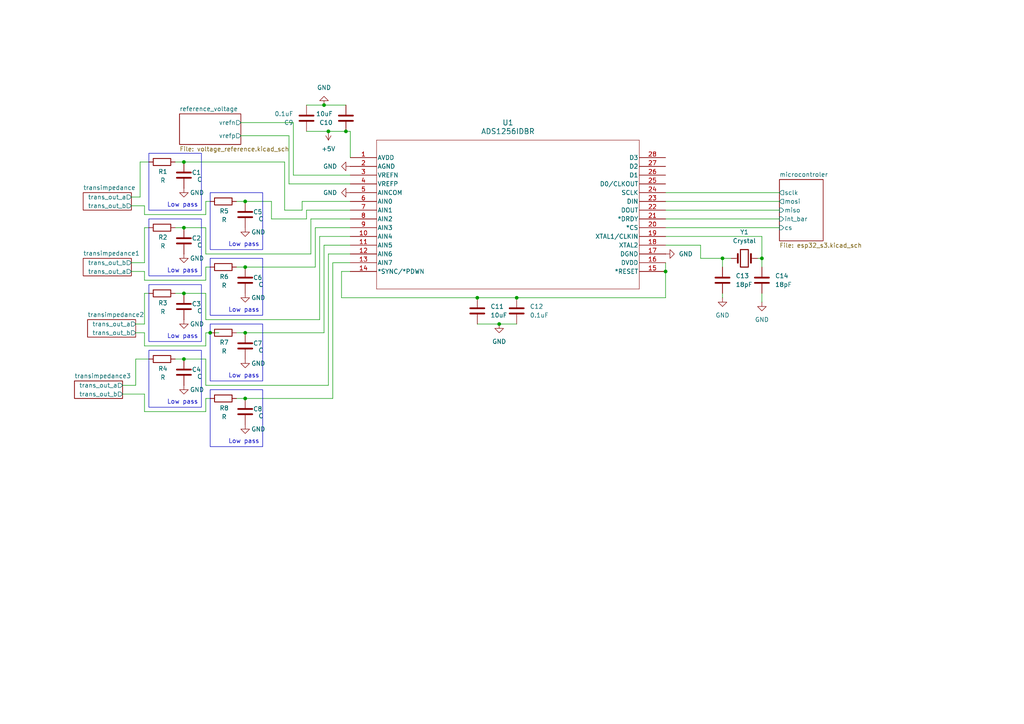
<source format=kicad_sch>
(kicad_sch (version 20240716) (generator "eeschema") (generator_version "8.99")
  (paper "A4")
  (lib_symbols
    (symbol "Device:C" (pin_numbers hide) (pin_names (offset 0.254))
      (property "Reference" "C" (at 0.635 2.54 0))
      (property "Value" "C" (at 0.635 -2.54 0))
      (symbol "C_0_1"
        (polyline (pts (xy -2.032 0.762) (xy 2.032 0.762)) (stroke (width 0.508)))
        (polyline (pts (xy -2.032 -0.762) (xy 2.032 -0.762)) (stroke (width 0.508)))
      )
      (symbol "C_1_1"
        (pin passive line (at 0 3.81 270) (length 2.794) (name "~") (number "1"))
        (pin passive line (at 0 -3.81 90) (length 2.794) (name "~") (number "2"))
      )
    )
    (symbol "Device:Crystal" (pin_numbers hide) (pin_names (offset 1.016) hide)
      (property "Reference" "Y" (at 0 3.81 0))
      (property "Value" "Crystal" (at 0 -3.81 0))
      (symbol "Crystal_0_1"
        (polyline (pts (xy -2.54 0) (xy -1.905 0)))
        (polyline (pts (xy -1.905 -1.27) (xy -1.905 1.27)) (stroke (width 0.508)))
        (rectangle (start -1.143 2.54) (end 1.143 -2.54) (stroke (width 0.3048)))
        (polyline (pts (xy 1.905 -1.27) (xy 1.905 1.27)) (stroke (width 0.508)))
        (polyline (pts (xy 2.54 0) (xy 1.905 0)))
      )
      (symbol "Crystal_1_1"
        (pin passive line (at -3.81 0 0) (length 1.27) (name "1") (number "1"))
        (pin passive line (at 3.81 0 180) (length 1.27) (name "2") (number "2"))
      )
    )
    (symbol "Device:R" (pin_numbers hide) (pin_names (offset 0))
      (property "Reference" "R" (at 2.032 0 90))
      (property "Value" "R" (at 0 0 90))
      (symbol "R_0_1"
        (rectangle (start -1.016 -2.54) (end 1.016 2.54) (stroke (width 0.254)))
      )
      (symbol "R_1_1"
        (pin passive line (at 0 3.81 270) (length 1.27) (name "~") (number "1"))
        (pin passive line (at 0 -3.81 90) (length 1.27) (name "~") (number "2"))
      )
    )
    (symbol "local:ADS1256IDBR" (pin_names (offset 0.254))
      (property "Reference" "U" (at 45.72 10.16 0))
      (property "Value" "ADS1256IDBR" (at 45.72 7.62 0))
      (symbol "ADS1256IDBR_0_1"
        (polyline (pts (xy 7.62 5.08) (xy 7.62 -38.1)) (stroke (width 0.127)))
        (polyline (pts (xy 7.62 -38.1) (xy 83.82 -38.1)) (stroke (width 0.127)))
        (polyline (pts (xy 83.82 5.08) (xy 7.62 5.08)) (stroke (width 0.127)))
        (polyline (pts (xy 83.82 -38.1) (xy 83.82 5.08)) (stroke (width 0.127)))
        (pin power_in line (at 0 0 0) (length 7.62) (name "AVDD") (number "1"))
        (pin power_in line (at 0 -2.54 0) (length 7.62) (name "AGND") (number "2"))
        (pin input line (at 0 -5.08 0) (length 7.62) (name "VREFN") (number "3"))
        (pin input line (at 0 -7.62 0) (length 7.62) (name "VREFP") (number "4"))
        (pin input line (at 0 -10.16 0) (length 7.62) (name "AINCOM") (number "5"))
        (pin input line (at 0 -12.7 0) (length 7.62) (name "AIN0") (number "6"))
        (pin input line (at 0 -15.24 0) (length 7.62) (name "AIN1") (number "7"))
        (pin input line (at 0 -17.78 0) (length 7.62) (name "AIN2") (number "8"))
        (pin input line (at 0 -20.32 0) (length 7.62) (name "AIN3") (number "9"))
        (pin input line (at 0 -22.86 0) (length 7.62) (name "AIN4") (number "10"))
        (pin input line (at 0 -25.4 0) (length 7.62) (name "AIN5") (number "11"))
        (pin input line (at 0 -27.94 0) (length 7.62) (name "AIN6") (number "12"))
        (pin input line (at 0 -30.48 0) (length 7.62) (name "AIN7") (number "13"))
        (pin input line (at 0 -33.02 0) (length 7.62) (name "*SYNC/*PDWN") (number "14"))
        (pin bidirectional line (at 91.44 0 180) (length 7.62) (name "D3") (number "28"))
        (pin bidirectional line (at 91.44 -2.54 180) (length 7.62) (name "D2") (number "27"))
        (pin bidirectional line (at 91.44 -5.08 180) (length 7.62) (name "D1") (number "26"))
        (pin bidirectional line (at 91.44 -7.62 180) (length 7.62) (name "D0/CLKOUT") (number "25"))
        (pin input line (at 91.44 -10.16 180) (length 7.62) (name "SCLK") (number "24"))
        (pin input line (at 91.44 -12.7 180) (length 7.62) (name "DIN") (number "23"))
        (pin output line (at 91.44 -15.24 180) (length 7.62) (name "DOUT") (number "22"))
        (pin output line (at 91.44 -17.78 180) (length 7.62) (name "*DRDY") (number "21"))
        (pin input line (at 91.44 -20.32 180) (length 7.62) (name "*CS") (number "20"))
        (pin input line (at 91.44 -22.86 180) (length 7.62) (name "XTAL1/CLKIN") (number "19"))
        (pin unspecified line (at 91.44 -25.4 180) (length 7.62) (name "XTAL2") (number "18"))
        (pin power_in line (at 91.44 -27.94 180) (length 7.62) (name "DGND") (number "17"))
        (pin power_in line (at 91.44 -30.48 180) (length 7.62) (name "DVDD") (number "16"))
        (pin input line (at 91.44 -33.02 180) (length 7.62) (name "*RESET") (number "15"))
      )
    )
    (symbol "power:+5V" (power) (pin_numbers hide) (pin_names (offset 0) hide)
      (property "Value" "+5V" (at 0 3.556 0))
      (symbol "+5V_0_1"
        (polyline (pts (xy -0.762 1.27) (xy 0 2.54)))
        (polyline (pts (xy 0 2.54) (xy 0.762 1.27)))
        (polyline (pts (xy 0 0) (xy 0 2.54)))
      )
      (symbol "+5V_1_1"
        (pin power_in line (at 0 0 90) (length 0) (name "~") (number "1"))
      )
    )
    (symbol "power:GND" (power) (pin_numbers hide) (pin_names (offset 0) hide)
      (property "Value" "GND" (at 0 -3.81 0))
      (symbol "GND_0_1"
        (polyline (pts (xy 0 0) (xy 0 -1.27) (xy 1.27 -1.27) (xy 0 -2.54) (xy -1.27 -1.27) (xy 0 -1.27)))
      )
      (symbol "GND_1_1"
        (pin power_in line (at 0 0 270) (length 0) (name "~") (number "1"))
      )
    )
  )
  (text_box "Low pass" (at 43.18 63.5 0) (size 15.24 16.51) (margins 0.9525 0.9525 0.9525 0.9525) (effects (font (size 1.27 1.27)) (justify right bottom)))
  (text_box "Low pass" (at 43.18 101.6 0) (size 15.24 16.51) (margins 0.9525 0.9525 0.9525 0.9525) (effects (font (size 1.27 1.27)) (justify right bottom)))
  (text_box "Low pass" (at 60.96 74.93 0) (size 15.24 16.51) (margins 0.9525 0.9525 0.9525 0.9525) (effects (font (size 1.27 1.27)) (justify right bottom)))
  (text_box "Low pass" (at 43.18 44.45 0) (size 15.24 16.51) (margins 0.9525 0.9525 0.9525 0.9525) (effects (font (size 1.27 1.27)) (justify right bottom)))
  (text_box "Low pass" (at 43.18 82.55 0) (size 15.24 16.51) (margins 0.9525 0.9525 0.9525 0.9525) (effects (font (size 1.27 1.27)) (justify right bottom)))
  (text_box "Low pass" (at 60.96 113.03 0) (size 15.24 16.51) (margins 0.9525 0.9525 0.9525 0.9525) (effects (font (size 1.27 1.27)) (justify right bottom)))
  (text_box "Low pass" (at 60.96 55.88 0) (size 15.24 16.51) (margins 0.9525 0.9525 0.9525 0.9525) (effects (font (size 1.27 1.27)) (justify right bottom)))
  (text_box "Low pass" (at 60.96 93.98 0) (size 15.24 16.51) (margins 0.9525 0.9525 0.9525 0.9525) (effects (font (size 1.27 1.27)) (justify right bottom)))
  (junction (at 138.43 86.36))
  (junction (at 144.78 93.98))
  (junction (at 71.12 77.47))
  (junction (at 149.86 86.36))
  (junction (at 53.34 46.99))
  (junction (at 71.12 115.57))
  (junction (at 53.34 66.04))
  (junction (at 220.98 74.93))
  (junction (at 100.33 38.1))
  (junction (at 95.25 38.1))
  (junction (at 71.12 96.52))
  (junction (at 209.55 74.93))
  (junction (at 71.12 58.42))
  (junction (at 193.04 78.74))
  (junction (at 53.34 104.14))
  (junction (at 60.96 96.52))
  (junction (at 53.34 85.09))
  (junction (at 93.98 30.48))
  (wire (pts (xy 193.04 63.5) (xy 226.06 63.5)))
  (wire (pts (xy 59.69 100.33) (xy 59.69 96.52)))
  (wire (pts (xy 220.98 68.58) (xy 220.98 74.93)))
  (wire (pts (xy 101.6 66.04) (xy 91.44 66.04)))
  (wire (pts (xy 71.12 58.42) (xy 78.74 58.42)))
  (wire (pts (xy 41.91 96.52) (xy 41.91 100.33)))
  (wire (pts (xy 212.09 74.93) (xy 209.55 74.93)))
  (wire (pts (xy 71.12 77.47) (xy 91.44 77.47)))
  (wire (pts (xy 101.6 76.2) (xy 96.52 76.2)))
  (wire (pts (xy 41.91 114.3) (xy 41.91 119.38)))
  (wire (pts (xy 85.09 50.8) (xy 101.6 50.8)))
  (wire (pts (xy 220.98 74.93) (xy 220.98 77.47)))
  (wire (pts (xy 83.82 39.37) (xy 83.82 53.34)))
  (wire (pts (xy 209.55 85.09) (xy 209.55 86.36)))
  (wire (pts (xy 93.98 30.48) (xy 88.9 30.48)))
  (wire (pts (xy 220.98 85.09) (xy 220.98 87.63)))
  (wire (pts (xy 101.6 71.12) (xy 93.98 71.12)))
  (wire (pts (xy 41.91 85.09) (xy 43.18 85.09)))
  (wire (pts (xy 144.78 93.98) (xy 149.86 93.98)))
  (wire (pts (xy 101.6 45.72) (xy 101.6 38.1)))
  (wire (pts (xy 99.06 78.74) (xy 99.06 86.36)))
  (wire (pts (xy 101.6 38.1) (xy 100.33 38.1)))
  (wire (pts (xy 71.12 115.57) (xy 68.58 115.57)))
  (wire (pts (xy 59.69 115.57) (xy 59.69 119.38)))
  (wire (pts (xy 41.91 76.2) (xy 41.91 66.04)))
  (wire (pts (xy 100.33 30.48) (xy 93.98 30.48)))
  (wire (pts (xy 59.69 85.09) (xy 59.69 92.71)))
  (wire (pts (xy 53.34 104.14) (xy 59.69 104.14)))
  (wire (pts (xy 78.74 63.5) (xy 88.9 63.5)))
  (wire (pts (xy 71.12 96.52) (xy 93.98 96.52)))
  (wire (pts (xy 100.33 38.1) (xy 95.25 38.1)))
  (wire (pts (xy 101.6 78.74) (xy 99.06 78.74)))
  (wire (pts (xy 138.43 86.36) (xy 149.86 86.36)))
  (wire (pts (xy 39.37 111.76) (xy 39.37 104.14)))
  (wire (pts (xy 101.6 73.66) (xy 95.25 73.66)))
  (wire (pts (xy 39.37 96.52) (xy 41.91 96.52)))
  (wire (pts (xy 219.71 74.93) (xy 220.98 74.93)))
  (wire (pts (xy 59.69 96.52) (xy 60.96 96.52)))
  (wire (pts (xy 41.91 119.38) (xy 59.69 119.38)))
  (wire (pts (xy 87.63 58.42) (xy 87.63 60.96)))
  (wire (pts (xy 193.04 66.04) (xy 226.06 66.04)))
  (wire (pts (xy 101.6 63.5) (xy 90.17 63.5)))
  (wire (pts (xy 203.2 71.12) (xy 203.2 74.93)))
  (wire (pts (xy 193.04 55.88) (xy 226.06 55.88)))
  (wire (pts (xy 40.64 57.15) (xy 40.64 46.99)))
  (wire (pts (xy 59.69 81.28) (xy 59.69 77.47)))
  (wire (pts (xy 53.34 66.04) (xy 50.8 66.04)))
  (wire (pts (xy 99.06 86.36) (xy 138.43 86.36)))
  (wire (pts (xy 82.55 60.96) (xy 82.55 46.99)))
  (wire (pts (xy 59.69 62.23) (xy 59.69 58.42)))
  (wire (pts (xy 88.9 38.1) (xy 95.25 38.1)))
  (wire (pts (xy 69.85 39.37) (xy 83.82 39.37)))
  (wire (pts (xy 38.1 78.74) (xy 41.91 78.74)))
  (wire (pts (xy 90.17 63.5) (xy 90.17 73.66)))
  (wire (pts (xy 59.69 115.57) (xy 60.96 115.57)))
  (wire (pts (xy 71.12 115.57) (xy 96.52 115.57)))
  (wire (pts (xy 35.56 114.3) (xy 41.91 114.3)))
  (wire (pts (xy 193.04 68.58) (xy 220.98 68.58)))
  (wire (pts (xy 71.12 58.42) (xy 68.58 58.42)))
  (wire (pts (xy 193.04 71.12) (xy 203.2 71.12)))
  (wire (pts (xy 40.64 46.99) (xy 43.18 46.99)))
  (wire (pts (xy 53.34 85.09) (xy 59.69 85.09)))
  (wire (pts (xy 59.69 111.76) (xy 95.25 111.76)))
  (wire (pts (xy 53.34 66.04) (xy 59.69 66.04)))
  (wire (pts (xy 59.69 73.66) (xy 59.69 66.04)))
  (wire (pts (xy 59.69 58.42) (xy 60.96 58.42)))
  (wire (pts (xy 193.04 78.74) (xy 193.04 76.2)))
  (wire (pts (xy 87.63 60.96) (xy 82.55 60.96)))
  (wire (pts (xy 193.04 58.42) (xy 226.06 58.42)))
  (wire (pts (xy 149.86 86.36) (xy 193.04 86.36)))
  (wire (pts (xy 90.17 73.66) (xy 59.69 73.66)))
  (wire (pts (xy 193.04 86.36) (xy 193.04 78.74)))
  (wire (pts (xy 41.91 100.33) (xy 59.69 100.33)))
  (wire (pts (xy 60.96 96.52) (xy 63.5 96.52)))
  (wire (pts (xy 88.9 60.96) (xy 88.9 63.5)))
  (wire (pts (xy 35.56 111.76) (xy 39.37 111.76)))
  (wire (pts (xy 38.1 76.2) (xy 41.91 76.2)))
  (wire (pts (xy 101.6 60.96) (xy 88.9 60.96)))
  (wire (pts (xy 138.43 93.98) (xy 144.78 93.98)))
  (wire (pts (xy 59.69 104.14) (xy 59.69 111.76)))
  (wire (pts (xy 93.98 71.12) (xy 93.98 96.52)))
  (wire (pts (xy 96.52 76.2) (xy 96.52 115.57)))
  (wire (pts (xy 71.12 77.47) (xy 68.58 77.47)))
  (wire (pts (xy 53.34 104.14) (xy 50.8 104.14)))
  (wire (pts (xy 41.91 78.74) (xy 41.91 81.28)))
  (wire (pts (xy 82.55 46.99) (xy 53.34 46.99)))
  (wire (pts (xy 101.6 58.42) (xy 87.63 58.42)))
  (wire (pts (xy 85.09 35.56) (xy 85.09 50.8)))
  (wire (pts (xy 78.74 63.5) (xy 78.74 58.42)))
  (wire (pts (xy 39.37 104.14) (xy 43.18 104.14)))
  (wire (pts (xy 59.69 92.71) (xy 92.71 92.71)))
  (wire (pts (xy 41.91 62.23) (xy 59.69 62.23)))
  (wire (pts (xy 41.91 81.28) (xy 59.69 81.28)))
  (wire (pts (xy 69.85 35.56) (xy 85.09 35.56)))
  (wire (pts (xy 71.12 96.52) (xy 68.58 96.52)))
  (wire (pts (xy 41.91 93.98) (xy 41.91 85.09)))
  (wire (pts (xy 38.1 57.15) (xy 40.64 57.15)))
  (wire (pts (xy 193.04 60.96) (xy 226.06 60.96)))
  (wire (pts (xy 203.2 74.93) (xy 209.55 74.93)))
  (wire (pts (xy 39.37 93.98) (xy 41.91 93.98)))
  (wire (pts (xy 53.34 85.09) (xy 50.8 85.09)))
  (wire (pts (xy 95.25 73.66) (xy 95.25 111.76)))
  (wire (pts (xy 83.82 53.34) (xy 101.6 53.34)))
  (wire (pts (xy 41.91 59.69) (xy 38.1 59.69)))
  (wire (pts (xy 91.44 66.04) (xy 91.44 77.47)))
  (wire (pts (xy 92.71 68.58) (xy 92.71 92.71)))
  (wire (pts (xy 101.6 68.58) (xy 92.71 68.58)))
  (wire (pts (xy 209.55 77.47) (xy 209.55 74.93)))
  (wire (pts (xy 41.91 62.23) (xy 41.91 59.69)))
  (wire (pts (xy 59.69 77.47) (xy 60.96 77.47)))
  (wire (pts (xy 53.34 46.99) (xy 50.8 46.99)))
  (wire (pts (xy 41.91 66.04) (xy 43.18 66.04)))
  (symbol (lib_id "Device:C") (at 71.12 100.33 0) (unit 1)
    (property "Reference" "C7" (at 73.406 99.568 0) (effects (justify left)))
    (property "Value" "C" (at 74.93 101.5999 0) (effects (justify left)))
    (property "Footprint" "Capacitor_SMD:C_0805_2012Metric_Pad1.18x1.45mm_HandSolder" (effects (hide yes)))
  )
  (symbol (lib_id "power:GND") (at 209.55 86.36 0) (unit 1)
    (property "Reference" "#PWR015" (effects (hide yes)))
    (property "Value" "GND" (at 209.55 91.44 0))
    (property "Description" "Power symbol creates a global label with name \"GND\" , ground" (effects (hide yes)))
  )
  (symbol (lib_id "Device:Crystal") (at 215.9 74.93 180) (unit 1)
    (property "Reference" "Y1" (at 215.9 67.31 0))
    (property "Value" "Crystal" (at 215.9 69.85 0))
    (property "Footprint" "Crystal:Resonator_SMD_Murata_CDSCB-2Pin_4.5x2.0mm" (effects (hide yes)))
    (property "Description" "Two pin crystal" (effects (hide yes)))
  )
  (symbol (lib_id "power:GND") (at 71.12 123.19 0) (unit 1)
    (property "Reference" "#PWR08" (effects (hide yes)))
    (property "Value" "GND" (at 76.962 124.46 0) (effects (justify right)))
    (property "Description" "Power symbol creates a global label with name \"GND\" , ground" (effects (hide yes)))
  )
  (symbol (lib_id "Device:R") (at 46.99 85.09 270) (unit 1)
    (property "Reference" "R3" (at 47.244 87.884 90))
    (property "Value" "R" (at 47.244 90.424 90))
    (property "Footprint" "Resistor_SMD:R_0805_2012Metric_Pad1.20x1.40mm_HandSolder" (effects (hide yes)))
  )
  (symbol (lib_id "power:GND") (at 93.98 30.48 180) (unit 1)
    (property "Reference" "#PWR09" (effects (hide yes)))
    (property "Value" "GND" (at 93.98 25.4 0))
    (property "Description" "Power symbol creates a global label with name \"GND\" , ground" (effects (hide yes)))
  )
  (symbol (lib_id "Device:C") (at 53.34 88.9 0) (unit 1)
    (property "Reference" "C3" (at 55.626 88.138 0) (effects (justify left)))
    (property "Value" "C" (at 57.15 90.1699 0) (effects (justify left)))
    (property "Footprint" "Capacitor_SMD:C_0805_2012Metric_Pad1.18x1.45mm_HandSolder" (effects (hide yes)))
  )
  (symbol (lib_id "power:GND") (at 101.6 48.26 270) (unit 1)
    (property "Reference" "#PWR011" (effects (hide yes)))
    (property "Value" "GND" (at 97.79 48.2599 90) (effects (justify right)))
    (property "Description" "Power symbol creates a global label with name \"GND\" , ground" (effects (hide yes)))
  )
  (symbol (lib_id "Device:C") (at 220.98 81.28 180) (unit 1)
    (property "Reference" "C14" (at 224.79 80.0099 0) (effects (justify right)))
    (property "Value" "18pF" (at 224.79 82.5499 0) (effects (justify right)))
    (property "Footprint" "Capacitor_SMD:C_0603_1608Metric" (effects (hide yes)))
    (property "Description" "Unpolarized capacitor" (effects (hide yes)))
  )
  (symbol (lib_id "power:GND") (at 53.34 54.61 0) (unit 1)
    (property "Reference" "#PWR01" (effects (hide yes)))
    (property "Value" "GND" (at 59.182 55.88 0) (effects (justify right)))
    (property "Description" "Power symbol creates a global label with name \"GND\" , ground" (effects (hide yes)))
  )
  (symbol (lib_id "power:GND") (at 53.34 111.76 0) (unit 1)
    (property "Reference" "#PWR04" (effects (hide yes)))
    (property "Value" "GND" (at 59.182 113.03 0) (effects (justify right)))
    (property "Description" "Power symbol creates a global label with name \"GND\" , ground" (effects (hide yes)))
  )
  (symbol (lib_id "Device:C") (at 209.55 81.28 180) (unit 1)
    (property "Reference" "C13" (at 213.36 80.0099 0) (effects (justify right)))
    (property "Value" "18pF" (at 213.36 82.5499 0) (effects (justify right)))
    (property "Footprint" "Capacitor_SMD:C_0603_1608Metric" (effects (hide yes)))
    (property "Description" "Unpolarized capacitor" (effects (hide yes)))
  )
  (symbol (lib_id "power:GND") (at 144.78 93.98 0) (unit 1)
    (property "Reference" "#PWR013" (effects (hide yes)))
    (property "Value" "GND" (at 144.78 99.06 0))
    (property "Description" "Power symbol creates a global label with name \"GND\" , ground" (effects (hide yes)))
  )
  (symbol (lib_id "Device:R") (at 64.77 115.57 270) (unit 1)
    (property "Reference" "R8" (at 65.024 118.364 90))
    (property "Value" "R" (at 65.024 120.904 90))
    (property "Footprint" "Resistor_SMD:R_0805_2012Metric_Pad1.20x1.40mm_HandSolder" (effects (hide yes)))
  )
  (symbol (lib_id "power:GND") (at 53.34 92.71 0) (unit 1)
    (property "Reference" "#PWR03" (effects (hide yes)))
    (property "Value" "GND" (at 59.182 93.98 0) (effects (justify right)))
    (property "Description" "Power symbol creates a global label with name \"GND\" , ground" (effects (hide yes)))
  )
  (symbol (lib_id "power:GND") (at 71.12 66.04 0) (unit 1)
    (property "Reference" "#PWR05" (effects (hide yes)))
    (property "Value" "GND" (at 76.962 67.31 0) (effects (justify right)))
    (property "Description" "Power symbol creates a global label with name \"GND\" , ground" (effects (hide yes)))
  )
  (symbol (lib_id "Device:C") (at 53.34 50.8 0) (unit 1)
    (property "Reference" "C1" (at 55.626 50.038 0) (effects (justify left)))
    (property "Value" "C" (at 57.15 52.0699 0) (effects (justify left)))
    (property "Footprint" "Capacitor_SMD:C_0805_2012Metric_Pad1.18x1.45mm_HandSolder" (effects (hide yes)))
  )
  (symbol (lib_id "Device:R") (at 64.77 96.52 270) (unit 1)
    (property "Reference" "R7" (at 65.024 99.314 90))
    (property "Value" "R" (at 65.024 101.854 90))
    (property "Footprint" "Resistor_SMD:R_0805_2012Metric_Pad1.20x1.40mm_HandSolder" (effects (hide yes)))
  )
  (symbol (lib_id "power:GND") (at 220.98 87.63 0) (unit 1)
    (property "Reference" "#PWR016" (effects (hide yes)))
    (property "Value" "GND" (at 220.98 92.71 0))
    (property "Description" "Power symbol creates a global label with name \"GND\" , ground" (effects (hide yes)))
  )
  (symbol (lib_id "power:GND") (at 71.12 104.14 0) (unit 1)
    (property "Reference" "#PWR07" (effects (hide yes)))
    (property "Value" "GND" (at 76.962 105.41 0) (effects (justify right)))
    (property "Description" "Power symbol creates a global label with name \"GND\" , ground" (effects (hide yes)))
  )
  (symbol (lib_id "Device:C") (at 71.12 62.23 0) (unit 1)
    (property "Reference" "C5" (at 73.406 61.468 0) (effects (justify left)))
    (property "Value" "C" (at 74.93 63.4999 0) (effects (justify left)))
    (property "Footprint" "Capacitor_SMD:C_0805_2012Metric_Pad1.18x1.45mm_HandSolder" (effects (hide yes)))
  )
  (symbol (lib_id "local:ADS1256IDBR") (at 101.6 45.72 0) (unit 1)
    (property "Reference" "U1" (at 147.32 35.56 0) (effects (font (size 1.524 1.524))))
    (property "Value" "ADS1256IDBR" (at 147.32 38.1 0) (effects (font (size 1.524 1.524))))
    (property "Footprint" "local:ads_1256_DB28" (effects (hide yes)))
    (property "Datasheet" "ADS1256IDBR" (effects (hide yes)))
  )
  (symbol (lib_id "power:GND") (at 193.04 73.66 90) (unit 1)
    (property "Reference" "#PWR014" (effects (hide yes)))
    (property "Value" "GND" (at 196.85 73.6599 90) (effects (justify right)))
    (property "Description" "Power symbol creates a global label with name \"GND\" , ground" (effects (hide yes)))
  )
  (symbol (lib_id "Device:C") (at 88.9 34.29 180) (unit 1)
    (property "Reference" "C9" (at 85.09 35.5601 0) (effects (justify left)))
    (property "Value" "0.1uF" (at 85.09 33.0201 0) (effects (justify left)))
    (property "Footprint" "Capacitor_SMD:C_0603_1608Metric" (effects (hide yes)))
    (property "Description" "Unpolarized capacitor" (effects (hide yes)))
  )
  (symbol (lib_id "Device:C") (at 138.43 90.17 0) (unit 1)
    (property "Reference" "C11" (at 142.24 88.8999 0) (effects (justify left)))
    (property "Value" "10uF" (at 142.24 91.4399 0) (effects (justify left)))
    (property "Footprint" "Capacitor_SMD:C_0603_1608Metric" (effects (hide yes)))
    (property "Description" "Unpolarized capacitor" (effects (hide yes)))
  )
  (symbol (lib_id "Device:R") (at 46.99 66.04 270) (unit 1)
    (property "Reference" "R2" (at 47.244 68.834 90))
    (property "Value" "R" (at 47.244 71.374 90))
    (property "Footprint" "Resistor_SMD:R_0805_2012Metric_Pad1.20x1.40mm_HandSolder" (effects (hide yes)))
  )
  (symbol (lib_id "Device:R") (at 46.99 104.14 270) (unit 1)
    (property "Reference" "R4" (at 47.244 106.934 90))
    (property "Value" "R" (at 47.244 109.474 90))
    (property "Footprint" "Resistor_SMD:R_0805_2012Metric_Pad1.20x1.40mm_HandSolder" (effects (hide yes)))
  )
  (symbol (lib_id "Device:R") (at 64.77 77.47 270) (unit 1)
    (property "Reference" "R6" (at 65.024 80.264 90))
    (property "Value" "R" (at 65.024 82.804 90))
    (property "Footprint" "Resistor_SMD:R_0805_2012Metric_Pad1.20x1.40mm_HandSolder" (effects (hide yes)))
  )
  (symbol (lib_id "Device:C") (at 71.12 81.28 0) (unit 1)
    (property "Reference" "C6" (at 73.406 80.518 0) (effects (justify left)))
    (property "Value" "C" (at 74.93 82.5499 0) (effects (justify left)))
    (property "Footprint" "Capacitor_SMD:C_0805_2012Metric_Pad1.18x1.45mm_HandSolder" (effects (hide yes)))
  )
  (symbol (lib_id "power:GND") (at 53.34 73.66 0) (unit 1)
    (property "Reference" "#PWR02" (effects (hide yes)))
    (property "Value" "GND" (at 59.182 74.93 0) (effects (justify right)))
    (property "Description" "Power symbol creates a global label with name \"GND\" , ground" (effects (hide yes)))
  )
  (symbol (lib_id "Device:C") (at 71.12 119.38 0) (unit 1)
    (property "Reference" "C8" (at 73.406 118.618 0) (effects (justify left)))
    (property "Value" "C" (at 74.93 120.6499 0) (effects (justify left)))
    (property "Footprint" "Capacitor_SMD:C_0805_2012Metric_Pad1.18x1.45mm_HandSolder" (effects (hide yes)))
  )
  (symbol (lib_id "Device:C") (at 149.86 90.17 0) (unit 1)
    (property "Reference" "C12" (at 153.67 88.8999 0) (effects (justify left)))
    (property "Value" "0.1uF" (at 153.67 91.4399 0) (effects (justify left)))
    (property "Footprint" "Capacitor_SMD:C_0603_1608Metric" (effects (hide yes)))
    (property "Description" "Unpolarized capacitor" (effects (hide yes)))
  )
  (symbol (lib_id "power:GND") (at 71.12 85.09 0) (unit 1)
    (property "Reference" "#PWR06" (effects (hide yes)))
    (property "Value" "GND" (at 76.962 86.36 0) (effects (justify right)))
    (property "Description" "Power symbol creates a global label with name \"GND\" , ground" (effects (hide yes)))
  )
  (symbol (lib_id "power:+5V") (at 95.25 38.1 180) (unit 1)
    (property "Reference" "#PWR010" (effects (hide yes)))
    (property "Value" "+5V" (at 95.25 43.18 0))
    (property "Description" "Power symbol creates a global label with name \"+5V\"" (effects (hide yes)))
  )
  (symbol (lib_id "Device:C") (at 100.33 34.29 180) (unit 1)
    (property "Reference" "C10" (at 96.52 35.5601 0) (effects (justify left)))
    (property "Value" "10uF" (at 96.52 33.0201 0) (effects (justify left)))
    (property "Footprint" "Capacitor_SMD:C_0603_1608Metric" (effects (hide yes)))
    (property "Description" "Unpolarized capacitor" (effects (hide yes)))
  )
  (symbol (lib_id "Device:R") (at 64.77 58.42 270) (unit 1)
    (property "Reference" "R5" (at 65.024 61.214 90))
    (property "Value" "R" (at 65.024 63.754 90))
    (property "Footprint" "Resistor_SMD:R_0805_2012Metric_Pad1.20x1.40mm_HandSolder" (effects (hide yes)))
  )
  (symbol (lib_id "Device:C") (at 53.34 107.95 0) (unit 1)
    (property "Reference" "C4" (at 55.626 107.188 0) (effects (justify left)))
    (property "Value" "C" (at 57.15 109.2199 0) (effects (justify left)))
    (property "Footprint" "Capacitor_SMD:C_0805_2012Metric_Pad1.18x1.45mm_HandSolder" (effects (hide yes)))
  )
  (symbol (lib_id "Device:R") (at 46.99 46.99 270) (unit 1)
    (property "Reference" "R1" (at 47.244 49.784 90))
    (property "Value" "R" (at 47.244 52.324 90))
    (property "Footprint" "Resistor_SMD:R_0805_2012Metric_Pad1.20x1.40mm_HandSolder" (effects (hide yes)))
  )
  (symbol (lib_id "Device:C") (at 53.34 69.85 0) (unit 1)
    (property "Reference" "C2" (at 55.626 69.088 0) (effects (justify left)))
    (property "Value" "C" (at 57.15 71.1199 0) (effects (justify left)))
    (property "Footprint" "Capacitor_SMD:C_0805_2012Metric_Pad1.18x1.45mm_HandSolder" (effects (hide yes)))
  )
  (symbol (lib_id "power:GND") (at 101.6 55.88 270) (unit 1)
    (property "Reference" "#PWR012" (effects (hide yes)))
    (property "Value" "GND" (at 97.79 55.8799 90) (effects (justify right)))
    (property "Description" "Power symbol creates a global label with name \"GND\" , ground" (effects (hide yes)))
  )
  (sheet (at 24.13 55.88) (size 13.97 5.08) (stroke (width 0.1524))
    (property "Sheetname" "transimpedance" (at 24.13 55.1684 0) (effects (justify left bottom)))
    (property "Sheetfile" "transimpedance.kicad_sch" (effects (hide yes)))
    (pin "trans_out_b" output (at 38.1 59.69 0))
    (pin "trans_out_a" output (at 38.1 57.15 0))
  )
  (sheet (at 52.07 33.02) (size 17.78 8.89) (stroke (width 0.1524))
    (property "Sheetname" "reference_voltage" (at 52.07 32.3084 0) (effects (justify left bottom)))
    (property "Sheetfile" "voltage_reference.kicad_sch" (at 52.07 42.4946 0) (effects (justify left top)))
    (pin "vrefp" output (at 69.85 39.37 0))
    (pin "vrefn" output (at 69.85 35.56 0))
  )
  (sheet (at 24.13 74.93) (size 13.97 5.08) (stroke (width 0.1524))
    (property "Sheetname" "transimpedance1" (at 24.13 74.2184 0) (effects (justify left bottom)))
    (property "Sheetfile" "transimpedance.kicad_sch" (effects (hide yes)))
    (pin "trans_out_b" output (at 38.1 76.2 0))
    (pin "trans_out_a" output (at 38.1 78.74 0))
  )
  (sheet (at 21.59 110.49) (size 13.97 5.08) (stroke (width 0.1524))
    (property "Sheetname" "transimpedance3" (at 21.59 109.7784 0) (effects (justify left bottom)))
    (property "Sheetfile" "transimpedance.kicad_sch" (effects (hide yes)))
    (pin "trans_out_b" output (at 35.56 114.3 0))
    (pin "trans_out_a" output (at 35.56 111.76 0))
  )
  (sheet (at 226.06 52.07) (size 12.7 17.78) (stroke (width 0.1524))
    (property "Sheetname" "microcontroler" (at 226.06 51.3584 0) (effects (justify left bottom)))
    (property "Sheetfile" "esp32_s3.kicad_sch" (at 226.06 70.4346 0) (effects (justify left top)))
    (pin "mosi" output (at 226.06 58.42 180))
    (pin "miso" input (at 226.06 60.96 180))
    (pin "sclk" output (at 226.06 55.88 180))
    (pin "cs" input (at 226.06 66.04 180))
    (pin "int_bar" input (at 226.06 63.5 180))
  )
  (sheet (at 25.4 92.71) (size 13.97 5.08) (stroke (width 0.1524))
    (property "Sheetname" "transimpedance2" (at 25.4 91.9984 0) (effects (justify left bottom)))
    (property "Sheetfile" "transimpedance.kicad_sch" (effects (hide yes)))
    (pin "trans_out_b" output (at 39.37 96.52 0))
    (pin "trans_out_a" output (at 39.37 93.98 0))
  )
)
</source>
